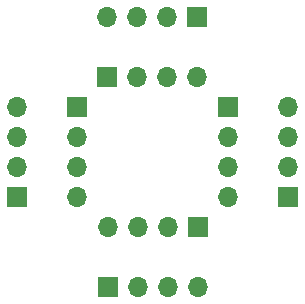
<source format=gbr>
%TF.GenerationSoftware,KiCad,Pcbnew,(6.0.8)*%
%TF.CreationDate,2023-02-23T19:10:36-06:00*%
%TF.ProjectId,ConnectorPCB,436f6e6e-6563-4746-9f72-5043422e6b69,rev?*%
%TF.SameCoordinates,Original*%
%TF.FileFunction,Copper,L2,Bot*%
%TF.FilePolarity,Positive*%
%FSLAX46Y46*%
G04 Gerber Fmt 4.6, Leading zero omitted, Abs format (unit mm)*
G04 Created by KiCad (PCBNEW (6.0.8)) date 2023-02-23 19:10:36*
%MOMM*%
%LPD*%
G01*
G04 APERTURE LIST*
%TA.AperFunction,ComponentPad*%
%ADD10R,1.700000X1.700000*%
%TD*%
%TA.AperFunction,ComponentPad*%
%ADD11O,1.700000X1.700000*%
%TD*%
G04 APERTURE END LIST*
D10*
%TO.P,J4,1,Pin_1*%
%TO.N,Net-(J4-Pad1)*%
X157460000Y-62540000D03*
D11*
%TO.P,J4,2,Pin_2*%
%TO.N,Net-(J4-Pad2)*%
X157460000Y-65080000D03*
%TO.P,J4,3,Pin_3*%
%TO.N,Net-(J4-Pad3)*%
X157460000Y-67620000D03*
%TO.P,J4,4,Pin_4*%
%TO.N,Net-(J4-Pad4)*%
X157460000Y-70160000D03*
%TD*%
D10*
%TO.P,J1,1,Pin_1*%
%TO.N,Net-(J5-Pad4)*%
X160000000Y-60000000D03*
D11*
%TO.P,J1,2,Pin_2*%
%TO.N,Net-(J5-Pad3)*%
X162540000Y-60000000D03*
%TO.P,J1,3,Pin_3*%
%TO.N,Net-(J5-Pad2)*%
X165080000Y-60000000D03*
%TO.P,J1,4,Pin_4*%
%TO.N,Net-(J5-Pad1)*%
X167620000Y-60000000D03*
%TD*%
D10*
%TO.P,J3,1,Pin_1*%
%TO.N,Net-(J3-Pad1)*%
X167640000Y-72700000D03*
D11*
%TO.P,J3,2,Pin_2*%
%TO.N,Net-(J3-Pad2)*%
X165100000Y-72700000D03*
%TO.P,J3,3,Pin_3*%
%TO.N,Net-(J3-Pad3)*%
X162560000Y-72700000D03*
%TO.P,J3,4,Pin_4*%
%TO.N,Net-(J3-Pad4)*%
X160020000Y-72700000D03*
%TD*%
D10*
%TO.P,J2,1,Pin_1*%
%TO.N,Net-(J2-Pad1)*%
X170180000Y-62540000D03*
D11*
%TO.P,J2,2,Pin_2*%
%TO.N,Net-(J2-Pad2)*%
X170180000Y-65080000D03*
%TO.P,J2,3,Pin_3*%
%TO.N,Net-(J2-Pad3)*%
X170180000Y-67620000D03*
%TO.P,J2,4,Pin_4*%
%TO.N,Net-(J2-Pad4)*%
X170180000Y-70160000D03*
%TD*%
D10*
%TO.P,J5,1,Pin_1*%
%TO.N,Net-(J5-Pad1)*%
X167620000Y-54920000D03*
D11*
%TO.P,J5,2,Pin_2*%
%TO.N,Net-(J5-Pad2)*%
X165080000Y-54920000D03*
%TO.P,J5,3,Pin_3*%
%TO.N,Net-(J5-Pad3)*%
X162540000Y-54920000D03*
%TO.P,J5,4,Pin_4*%
%TO.N,Net-(J5-Pad4)*%
X160000000Y-54920000D03*
%TD*%
D10*
%TO.P,J7,1,Pin_1*%
%TO.N,Net-(J3-Pad4)*%
X160020000Y-77780000D03*
D11*
%TO.P,J7,2,Pin_2*%
%TO.N,Net-(J3-Pad3)*%
X162560000Y-77780000D03*
%TO.P,J7,3,Pin_3*%
%TO.N,Net-(J3-Pad2)*%
X165100000Y-77780000D03*
%TO.P,J7,4,Pin_4*%
%TO.N,Net-(J3-Pad1)*%
X167640000Y-77780000D03*
%TD*%
D10*
%TO.P,J6,1,Pin_1*%
%TO.N,Net-(J2-Pad4)*%
X175260000Y-70160000D03*
D11*
%TO.P,J6,2,Pin_2*%
%TO.N,Net-(J2-Pad3)*%
X175260000Y-67620000D03*
%TO.P,J6,3,Pin_3*%
%TO.N,Net-(J2-Pad2)*%
X175260000Y-65080000D03*
%TO.P,J6,4,Pin_4*%
%TO.N,Net-(J2-Pad1)*%
X175260000Y-62540000D03*
%TD*%
D10*
%TO.P,J8,1,Pin_1*%
%TO.N,Net-(J4-Pad4)*%
X152380000Y-70160000D03*
D11*
%TO.P,J8,2,Pin_2*%
%TO.N,Net-(J4-Pad3)*%
X152380000Y-67620000D03*
%TO.P,J8,3,Pin_3*%
%TO.N,Net-(J4-Pad2)*%
X152380000Y-65080000D03*
%TO.P,J8,4,Pin_4*%
%TO.N,Net-(J4-Pad1)*%
X152380000Y-62540000D03*
%TD*%
M02*

</source>
